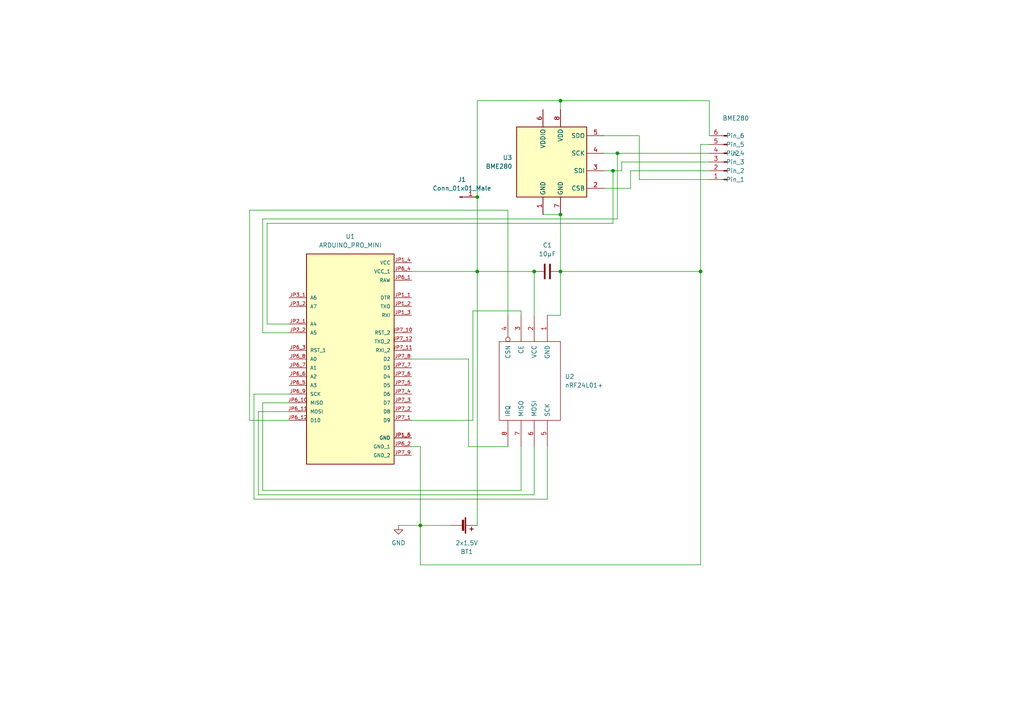
<source format=kicad_sch>
(kicad_sch (version 20211123) (generator eeschema)

  (uuid 9538e4ed-27e6-4c37-b989-9859dc0d49e8)

  (paper "A4")

  (lib_symbols
    (symbol "ARDUINO_PRO_MINI:ARDUINO_PRO_MINI" (pin_names (offset 1.016)) (in_bom yes) (on_board yes)
      (property "Reference" "U" (id 0) (at -12.7 31.75 0)
        (effects (font (size 1.27 1.27)) (justify left bottom))
      )
      (property "Value" "ARDUINO_PRO_MINI" (id 1) (at -12.7 -33.02 0)
        (effects (font (size 1.27 1.27)) (justify left bottom))
      )
      (property "Footprint" "MODULE_ARDUINO_PRO_MINI" (id 2) (at 0 0 0)
        (effects (font (size 1.27 1.27)) (justify left bottom) hide)
      )
      (property "Datasheet" "" (id 3) (at 0 0 0)
        (effects (font (size 1.27 1.27)) (justify left bottom) hide)
      )
      (property "MAXIMUM_PACKAGE_HEIGHT" "N/A" (id 4) (at 0 0 0)
        (effects (font (size 1.27 1.27)) (justify left bottom) hide)
      )
      (property "STANDARD" "Manufacturer Recommendations" (id 5) (at 0 0 0)
        (effects (font (size 1.27 1.27)) (justify left bottom) hide)
      )
      (property "PARTREV" "N/A" (id 6) (at 0 0 0)
        (effects (font (size 1.27 1.27)) (justify left bottom) hide)
      )
      (property "MANUFACTURER" "SparkFun Electronics" (id 7) (at 0 0 0)
        (effects (font (size 1.27 1.27)) (justify left bottom) hide)
      )
      (property "ki_locked" "" (id 8) (at 0 0 0)
        (effects (font (size 1.27 1.27)))
      )
      (symbol "ARDUINO_PRO_MINI_0_0"
        (rectangle (start -12.7 -30.48) (end 12.7 30.48)
          (stroke (width 0.254) (type default) (color 0 0 0 0))
          (fill (type background))
        )
        (pin input line (at 17.78 17.78 180) (length 5.08)
          (name "DTR" (effects (font (size 1.016 1.016))))
          (number "JP1_1" (effects (font (size 1.016 1.016))))
        )
        (pin bidirectional line (at 17.78 15.24 180) (length 5.08)
          (name "TXO" (effects (font (size 1.016 1.016))))
          (number "JP1_2" (effects (font (size 1.016 1.016))))
        )
        (pin bidirectional line (at 17.78 12.7 180) (length 5.08)
          (name "RXI" (effects (font (size 1.016 1.016))))
          (number "JP1_3" (effects (font (size 1.016 1.016))))
        )
        (pin power_in line (at 17.78 27.94 180) (length 5.08)
          (name "VCC" (effects (font (size 1.016 1.016))))
          (number "JP1_4" (effects (font (size 1.016 1.016))))
        )
        (pin power_in line (at 17.78 -22.86 180) (length 5.08)
          (name "GND" (effects (font (size 1.016 1.016))))
          (number "JP1_5" (effects (font (size 1.016 1.016))))
        )
        (pin power_in line (at 17.78 -22.86 180) (length 5.08)
          (name "GND" (effects (font (size 1.016 1.016))))
          (number "JP1_6" (effects (font (size 1.016 1.016))))
        )
        (pin bidirectional line (at -17.78 10.16 0) (length 5.08)
          (name "A4" (effects (font (size 1.016 1.016))))
          (number "JP2_1" (effects (font (size 1.016 1.016))))
        )
        (pin bidirectional line (at -17.78 7.62 0) (length 5.08)
          (name "A5" (effects (font (size 1.016 1.016))))
          (number "JP2_2" (effects (font (size 1.016 1.016))))
        )
        (pin input line (at -17.78 17.78 0) (length 5.08)
          (name "A6" (effects (font (size 1.016 1.016))))
          (number "JP3_1" (effects (font (size 1.016 1.016))))
        )
        (pin input line (at -17.78 15.24 0) (length 5.08)
          (name "A7" (effects (font (size 1.016 1.016))))
          (number "JP3_2" (effects (font (size 1.016 1.016))))
        )
        (pin power_in line (at 17.78 22.86 180) (length 5.08)
          (name "RAW" (effects (font (size 1.016 1.016))))
          (number "JP6_1" (effects (font (size 1.016 1.016))))
        )
        (pin bidirectional line (at -17.78 -12.7 0) (length 5.08)
          (name "MISO" (effects (font (size 1.016 1.016))))
          (number "JP6_10" (effects (font (size 1.016 1.016))))
        )
        (pin bidirectional line (at -17.78 -15.24 0) (length 5.08)
          (name "MOSI" (effects (font (size 1.016 1.016))))
          (number "JP6_11" (effects (font (size 1.016 1.016))))
        )
        (pin bidirectional line (at -17.78 -17.78 0) (length 5.08)
          (name "D10" (effects (font (size 1.016 1.016))))
          (number "JP6_12" (effects (font (size 1.016 1.016))))
        )
        (pin power_in line (at 17.78 -25.4 180) (length 5.08)
          (name "GND_1" (effects (font (size 1.016 1.016))))
          (number "JP6_2" (effects (font (size 1.016 1.016))))
        )
        (pin input line (at -17.78 2.54 0) (length 5.08)
          (name "RST_1" (effects (font (size 1.016 1.016))))
          (number "JP6_3" (effects (font (size 1.016 1.016))))
        )
        (pin power_in line (at 17.78 25.4 180) (length 5.08)
          (name "VCC_1" (effects (font (size 1.016 1.016))))
          (number "JP6_4" (effects (font (size 1.016 1.016))))
        )
        (pin bidirectional line (at -17.78 -7.62 0) (length 5.08)
          (name "A3" (effects (font (size 1.016 1.016))))
          (number "JP6_5" (effects (font (size 1.016 1.016))))
        )
        (pin bidirectional line (at -17.78 -5.08 0) (length 5.08)
          (name "A2" (effects (font (size 1.016 1.016))))
          (number "JP6_6" (effects (font (size 1.016 1.016))))
        )
        (pin bidirectional line (at -17.78 -2.54 0) (length 5.08)
          (name "A1" (effects (font (size 1.016 1.016))))
          (number "JP6_7" (effects (font (size 1.016 1.016))))
        )
        (pin bidirectional line (at -17.78 0 0) (length 5.08)
          (name "A0" (effects (font (size 1.016 1.016))))
          (number "JP6_8" (effects (font (size 1.016 1.016))))
        )
        (pin bidirectional line (at -17.78 -10.16 0) (length 5.08)
          (name "SCK" (effects (font (size 1.016 1.016))))
          (number "JP6_9" (effects (font (size 1.016 1.016))))
        )
        (pin bidirectional line (at 17.78 -17.78 180) (length 5.08)
          (name "D9" (effects (font (size 1.016 1.016))))
          (number "JP7_1" (effects (font (size 1.016 1.016))))
        )
        (pin input line (at 17.78 7.62 180) (length 5.08)
          (name "RST_2" (effects (font (size 1.016 1.016))))
          (number "JP7_10" (effects (font (size 1.016 1.016))))
        )
        (pin bidirectional line (at 17.78 2.54 180) (length 5.08)
          (name "RXI_2" (effects (font (size 1.016 1.016))))
          (number "JP7_11" (effects (font (size 1.016 1.016))))
        )
        (pin bidirectional line (at 17.78 5.08 180) (length 5.08)
          (name "TXO_2" (effects (font (size 1.016 1.016))))
          (number "JP7_12" (effects (font (size 1.016 1.016))))
        )
        (pin bidirectional line (at 17.78 -15.24 180) (length 5.08)
          (name "D8" (effects (font (size 1.016 1.016))))
          (number "JP7_2" (effects (font (size 1.016 1.016))))
        )
        (pin bidirectional line (at 17.78 -12.7 180) (length 5.08)
          (name "D7" (effects (font (size 1.016 1.016))))
          (number "JP7_3" (effects (font (size 1.016 1.016))))
        )
        (pin bidirectional line (at 17.78 -10.16 180) (length 5.08)
          (name "D6" (effects (font (size 1.016 1.016))))
          (number "JP7_4" (effects (font (size 1.016 1.016))))
        )
        (pin bidirectional line (at 17.78 -7.62 180) (length 5.08)
          (name "D5" (effects (font (size 1.016 1.016))))
          (number "JP7_5" (effects (font (size 1.016 1.016))))
        )
        (pin bidirectional line (at 17.78 -5.08 180) (length 5.08)
          (name "D4" (effects (font (size 1.016 1.016))))
          (number "JP7_6" (effects (font (size 1.016 1.016))))
        )
        (pin bidirectional line (at 17.78 -2.54 180) (length 5.08)
          (name "D3" (effects (font (size 1.016 1.016))))
          (number "JP7_7" (effects (font (size 1.016 1.016))))
        )
        (pin bidirectional line (at 17.78 0 180) (length 5.08)
          (name "D2" (effects (font (size 1.016 1.016))))
          (number "JP7_8" (effects (font (size 1.016 1.016))))
        )
        (pin power_in line (at 17.78 -27.94 180) (length 5.08)
          (name "GND_2" (effects (font (size 1.016 1.016))))
          (number "JP7_9" (effects (font (size 1.016 1.016))))
        )
      )
    )
    (symbol "Connector:Conn_01x01_Male" (pin_names (offset 1.016) hide) (in_bom yes) (on_board yes)
      (property "Reference" "J" (id 0) (at 0 2.54 0)
        (effects (font (size 1.27 1.27)))
      )
      (property "Value" "Conn_01x01_Male" (id 1) (at 0 -2.54 0)
        (effects (font (size 1.27 1.27)))
      )
      (property "Footprint" "" (id 2) (at 0 0 0)
        (effects (font (size 1.27 1.27)) hide)
      )
      (property "Datasheet" "~" (id 3) (at 0 0 0)
        (effects (font (size 1.27 1.27)) hide)
      )
      (property "ki_keywords" "connector" (id 4) (at 0 0 0)
        (effects (font (size 1.27 1.27)) hide)
      )
      (property "ki_description" "Generic connector, single row, 01x01, script generated (kicad-library-utils/schlib/autogen/connector/)" (id 5) (at 0 0 0)
        (effects (font (size 1.27 1.27)) hide)
      )
      (property "ki_fp_filters" "Connector*:*" (id 6) (at 0 0 0)
        (effects (font (size 1.27 1.27)) hide)
      )
      (symbol "Conn_01x01_Male_1_1"
        (polyline
          (pts
            (xy 1.27 0)
            (xy 0.8636 0)
          )
          (stroke (width 0.1524) (type default) (color 0 0 0 0))
          (fill (type none))
        )
        (rectangle (start 0.8636 0.127) (end 0 -0.127)
          (stroke (width 0.1524) (type default) (color 0 0 0 0))
          (fill (type outline))
        )
        (pin passive line (at 5.08 0 180) (length 3.81)
          (name "Pin_1" (effects (font (size 1.27 1.27))))
          (number "1" (effects (font (size 1.27 1.27))))
        )
      )
    )
    (symbol "Connector:Conn_01x06_Male" (pin_names (offset 1.016)) (in_bom yes) (on_board yes)
      (property "Reference" "J" (id 0) (at 0 7.62 0)
        (effects (font (size 1.27 1.27)))
      )
      (property "Value" "Conn_01x06_Male" (id 1) (at 0 -10.16 0)
        (effects (font (size 1.27 1.27)))
      )
      (property "Footprint" "" (id 2) (at 0 0 0)
        (effects (font (size 1.27 1.27)) hide)
      )
      (property "Datasheet" "~" (id 3) (at 0 0 0)
        (effects (font (size 1.27 1.27)) hide)
      )
      (property "ki_keywords" "connector" (id 4) (at 0 0 0)
        (effects (font (size 1.27 1.27)) hide)
      )
      (property "ki_description" "Generic connector, single row, 01x06, script generated (kicad-library-utils/schlib/autogen/connector/)" (id 5) (at 0 0 0)
        (effects (font (size 1.27 1.27)) hide)
      )
      (property "ki_fp_filters" "Connector*:*_1x??_*" (id 6) (at 0 0 0)
        (effects (font (size 1.27 1.27)) hide)
      )
      (symbol "Conn_01x06_Male_1_1"
        (polyline
          (pts
            (xy 1.27 -7.62)
            (xy 0.8636 -7.62)
          )
          (stroke (width 0.1524) (type default) (color 0 0 0 0))
          (fill (type none))
        )
        (polyline
          (pts
            (xy 1.27 -5.08)
            (xy 0.8636 -5.08)
          )
          (stroke (width 0.1524) (type default) (color 0 0 0 0))
          (fill (type none))
        )
        (polyline
          (pts
            (xy 1.27 -2.54)
            (xy 0.8636 -2.54)
          )
          (stroke (width 0.1524) (type default) (color 0 0 0 0))
          (fill (type none))
        )
        (polyline
          (pts
            (xy 1.27 0)
            (xy 0.8636 0)
          )
          (stroke (width 0.1524) (type default) (color 0 0 0 0))
          (fill (type none))
        )
        (polyline
          (pts
            (xy 1.27 2.54)
            (xy 0.8636 2.54)
          )
          (stroke (width 0.1524) (type default) (color 0 0 0 0))
          (fill (type none))
        )
        (polyline
          (pts
            (xy 1.27 5.08)
            (xy 0.8636 5.08)
          )
          (stroke (width 0.1524) (type default) (color 0 0 0 0))
          (fill (type none))
        )
        (rectangle (start 0.8636 -7.493) (end 0 -7.747)
          (stroke (width 0.1524) (type default) (color 0 0 0 0))
          (fill (type outline))
        )
        (rectangle (start 0.8636 -4.953) (end 0 -5.207)
          (stroke (width 0.1524) (type default) (color 0 0 0 0))
          (fill (type outline))
        )
        (rectangle (start 0.8636 -2.413) (end 0 -2.667)
          (stroke (width 0.1524) (type default) (color 0 0 0 0))
          (fill (type outline))
        )
        (rectangle (start 0.8636 0.127) (end 0 -0.127)
          (stroke (width 0.1524) (type default) (color 0 0 0 0))
          (fill (type outline))
        )
        (rectangle (start 0.8636 2.667) (end 0 2.413)
          (stroke (width 0.1524) (type default) (color 0 0 0 0))
          (fill (type outline))
        )
        (rectangle (start 0.8636 5.207) (end 0 4.953)
          (stroke (width 0.1524) (type default) (color 0 0 0 0))
          (fill (type outline))
        )
        (pin passive line (at 5.08 5.08 180) (length 3.81)
          (name "Pin_1" (effects (font (size 1.27 1.27))))
          (number "1" (effects (font (size 1.27 1.27))))
        )
        (pin passive line (at 5.08 2.54 180) (length 3.81)
          (name "Pin_2" (effects (font (size 1.27 1.27))))
          (number "2" (effects (font (size 1.27 1.27))))
        )
        (pin passive line (at 5.08 0 180) (length 3.81)
          (name "Pin_3" (effects (font (size 1.27 1.27))))
          (number "3" (effects (font (size 1.27 1.27))))
        )
        (pin passive line (at 5.08 -2.54 180) (length 3.81)
          (name "Pin_4" (effects (font (size 1.27 1.27))))
          (number "4" (effects (font (size 1.27 1.27))))
        )
        (pin passive line (at 5.08 -5.08 180) (length 3.81)
          (name "Pin_5" (effects (font (size 1.27 1.27))))
          (number "5" (effects (font (size 1.27 1.27))))
        )
        (pin passive line (at 5.08 -7.62 180) (length 3.81)
          (name "Pin_6" (effects (font (size 1.27 1.27))))
          (number "6" (effects (font (size 1.27 1.27))))
        )
      )
    )
    (symbol "Device:Battery_Cell" (pin_numbers hide) (pin_names (offset 0) hide) (in_bom yes) (on_board yes)
      (property "Reference" "BT" (id 0) (at 2.54 2.54 0)
        (effects (font (size 1.27 1.27)) (justify left))
      )
      (property "Value" "Battery_Cell" (id 1) (at 2.54 0 0)
        (effects (font (size 1.27 1.27)) (justify left))
      )
      (property "Footprint" "" (id 2) (at 0 1.524 90)
        (effects (font (size 1.27 1.27)) hide)
      )
      (property "Datasheet" "~" (id 3) (at 0 1.524 90)
        (effects (font (size 1.27 1.27)) hide)
      )
      (property "ki_keywords" "battery cell" (id 4) (at 0 0 0)
        (effects (font (size 1.27 1.27)) hide)
      )
      (property "ki_description" "Single-cell battery" (id 5) (at 0 0 0)
        (effects (font (size 1.27 1.27)) hide)
      )
      (symbol "Battery_Cell_0_1"
        (rectangle (start -2.286 1.778) (end 2.286 1.524)
          (stroke (width 0) (type default) (color 0 0 0 0))
          (fill (type outline))
        )
        (rectangle (start -1.5748 1.1938) (end 1.4732 0.6858)
          (stroke (width 0) (type default) (color 0 0 0 0))
          (fill (type outline))
        )
        (polyline
          (pts
            (xy 0 0.762)
            (xy 0 0)
          )
          (stroke (width 0) (type default) (color 0 0 0 0))
          (fill (type none))
        )
        (polyline
          (pts
            (xy 0 1.778)
            (xy 0 2.54)
          )
          (stroke (width 0) (type default) (color 0 0 0 0))
          (fill (type none))
        )
        (polyline
          (pts
            (xy 0.508 3.429)
            (xy 1.524 3.429)
          )
          (stroke (width 0.254) (type default) (color 0 0 0 0))
          (fill (type none))
        )
        (polyline
          (pts
            (xy 1.016 3.937)
            (xy 1.016 2.921)
          )
          (stroke (width 0.254) (type default) (color 0 0 0 0))
          (fill (type none))
        )
      )
      (symbol "Battery_Cell_1_1"
        (pin passive line (at 0 5.08 270) (length 2.54)
          (name "+" (effects (font (size 1.27 1.27))))
          (number "1" (effects (font (size 1.27 1.27))))
        )
        (pin passive line (at 0 -2.54 90) (length 2.54)
          (name "-" (effects (font (size 1.27 1.27))))
          (number "2" (effects (font (size 1.27 1.27))))
        )
      )
    )
    (symbol "Device:C" (pin_numbers hide) (pin_names (offset 0.254)) (in_bom yes) (on_board yes)
      (property "Reference" "C" (id 0) (at 0.635 2.54 0)
        (effects (font (size 1.27 1.27)) (justify left))
      )
      (property "Value" "C" (id 1) (at 0.635 -2.54 0)
        (effects (font (size 1.27 1.27)) (justify left))
      )
      (property "Footprint" "" (id 2) (at 0.9652 -3.81 0)
        (effects (font (size 1.27 1.27)) hide)
      )
      (property "Datasheet" "~" (id 3) (at 0 0 0)
        (effects (font (size 1.27 1.27)) hide)
      )
      (property "ki_keywords" "cap capacitor" (id 4) (at 0 0 0)
        (effects (font (size 1.27 1.27)) hide)
      )
      (property "ki_description" "Unpolarized capacitor" (id 5) (at 0 0 0)
        (effects (font (size 1.27 1.27)) hide)
      )
      (property "ki_fp_filters" "C_*" (id 6) (at 0 0 0)
        (effects (font (size 1.27 1.27)) hide)
      )
      (symbol "C_0_1"
        (polyline
          (pts
            (xy -2.032 -0.762)
            (xy 2.032 -0.762)
          )
          (stroke (width 0.508) (type default) (color 0 0 0 0))
          (fill (type none))
        )
        (polyline
          (pts
            (xy -2.032 0.762)
            (xy 2.032 0.762)
          )
          (stroke (width 0.508) (type default) (color 0 0 0 0))
          (fill (type none))
        )
      )
      (symbol "C_1_1"
        (pin passive line (at 0 3.81 270) (length 2.794)
          (name "~" (effects (font (size 1.27 1.27))))
          (number "1" (effects (font (size 1.27 1.27))))
        )
        (pin passive line (at 0 -3.81 90) (length 2.794)
          (name "~" (effects (font (size 1.27 1.27))))
          (number "2" (effects (font (size 1.27 1.27))))
        )
      )
    )
    (symbol "Sensor:BME280" (in_bom yes) (on_board yes)
      (property "Reference" "U" (id 0) (at -8.89 11.43 0)
        (effects (font (size 1.27 1.27)))
      )
      (property "Value" "BME280" (id 1) (at 7.62 11.43 0)
        (effects (font (size 1.27 1.27)))
      )
      (property "Footprint" "Package_LGA:Bosch_LGA-8_2.5x2.5mm_P0.65mm_ClockwisePinNumbering" (id 2) (at 38.1 -11.43 0)
        (effects (font (size 1.27 1.27)) hide)
      )
      (property "Datasheet" "https://ae-bst.resource.bosch.com/media/_tech/media/datasheets/BST-BME280-DS002.pdf" (id 3) (at 0 -5.08 0)
        (effects (font (size 1.27 1.27)) hide)
      )
      (property "ki_keywords" "Bosch pressure humidity temperature environment environmental measurement digital" (id 4) (at 0 0 0)
        (effects (font (size 1.27 1.27)) hide)
      )
      (property "ki_description" "3-in-1 sensor, humidity, pressure, temperature, I2C and SPI interface, 1.71-3.6V, LGA-8" (id 5) (at 0 0 0)
        (effects (font (size 1.27 1.27)) hide)
      )
      (property "ki_fp_filters" "*LGA*2.5x2.5mm*P0.65mm*Clockwise*" (id 6) (at 0 0 0)
        (effects (font (size 1.27 1.27)) hide)
      )
      (symbol "BME280_0_1"
        (rectangle (start -10.16 10.16) (end 10.16 -10.16)
          (stroke (width 0.254) (type default) (color 0 0 0 0))
          (fill (type background))
        )
      )
      (symbol "BME280_1_1"
        (pin power_in line (at -2.54 -15.24 90) (length 5.08)
          (name "GND" (effects (font (size 1.27 1.27))))
          (number "1" (effects (font (size 1.27 1.27))))
        )
        (pin input line (at 15.24 -7.62 180) (length 5.08)
          (name "CSB" (effects (font (size 1.27 1.27))))
          (number "2" (effects (font (size 1.27 1.27))))
        )
        (pin bidirectional line (at 15.24 -2.54 180) (length 5.08)
          (name "SDI" (effects (font (size 1.27 1.27))))
          (number "3" (effects (font (size 1.27 1.27))))
        )
        (pin input line (at 15.24 2.54 180) (length 5.08)
          (name "SCK" (effects (font (size 1.27 1.27))))
          (number "4" (effects (font (size 1.27 1.27))))
        )
        (pin bidirectional line (at 15.24 7.62 180) (length 5.08)
          (name "SDO" (effects (font (size 1.27 1.27))))
          (number "5" (effects (font (size 1.27 1.27))))
        )
        (pin power_in line (at -2.54 15.24 270) (length 5.08)
          (name "VDDIO" (effects (font (size 1.27 1.27))))
          (number "6" (effects (font (size 1.27 1.27))))
        )
        (pin power_in line (at 2.54 -15.24 90) (length 5.08)
          (name "GND" (effects (font (size 1.27 1.27))))
          (number "7" (effects (font (size 1.27 1.27))))
        )
        (pin power_in line (at 2.54 15.24 270) (length 5.08)
          (name "VDD" (effects (font (size 1.27 1.27))))
          (number "8" (effects (font (size 1.27 1.27))))
        )
      )
    )
    (symbol "nRF24L01+:nRF24L01+" (pin_names (offset 1.016)) (in_bom yes) (on_board yes)
      (property "Reference" "U" (id 0) (at 0 -7.62 0)
        (effects (font (size 1.27 1.27)))
      )
      (property "Value" "nRF24L01+" (id 1) (at 0 7.62 0)
        (effects (font (size 1.27 1.27)))
      )
      (property "Footprint" "MODULE" (id 2) (at 0 2.54 0)
        (effects (font (size 1.27 1.27)) hide)
      )
      (property "Datasheet" "DOCUMENTATION" (id 3) (at 0 -1.27 0)
        (effects (font (size 1.27 1.27)) hide)
      )
      (symbol "nRF24L01+_1_0"
        (rectangle (start -11.43 -8.89) (end 11.43 8.89)
          (stroke (width 0) (type default) (color 0 0 0 0))
          (fill (type none))
        )
      )
      (symbol "nRF24L01+_1_1"
        (pin power_in line (at -19.05 5.08 0) (length 7.62)
          (name "GND" (effects (font (size 1.27 1.27))))
          (number "1" (effects (font (size 1.27 1.27))))
        )
        (pin power_in line (at -19.05 1.27 0) (length 7.62)
          (name "VCC" (effects (font (size 1.27 1.27))))
          (number "2" (effects (font (size 1.27 1.27))))
        )
        (pin input line (at -19.05 -2.54 0) (length 7.62)
          (name "CE" (effects (font (size 1.27 1.27))))
          (number "3" (effects (font (size 1.27 1.27))))
        )
        (pin input inverted (at -19.05 -6.35 0) (length 7.62)
          (name "CSN" (effects (font (size 1.27 1.27))))
          (number "4" (effects (font (size 1.27 1.27))))
        )
        (pin input line (at 19.05 5.08 180) (length 7.62)
          (name "SCK" (effects (font (size 1.27 1.27))))
          (number "5" (effects (font (size 1.27 1.27))))
        )
        (pin input line (at 19.05 1.27 180) (length 7.62)
          (name "MOSI" (effects (font (size 1.27 1.27))))
          (number "6" (effects (font (size 1.27 1.27))))
        )
        (pin output line (at 19.05 -2.54 180) (length 7.62)
          (name "MISO" (effects (font (size 1.27 1.27))))
          (number "7" (effects (font (size 1.27 1.27))))
        )
        (pin output line (at 19.05 -6.35 180) (length 7.62)
          (name "IRQ" (effects (font (size 1.27 1.27))))
          (number "8" (effects (font (size 1.27 1.27))))
        )
      )
    )
    (symbol "power:GND" (power) (pin_names (offset 0)) (in_bom yes) (on_board yes)
      (property "Reference" "#PWR" (id 0) (at 0 -6.35 0)
        (effects (font (size 1.27 1.27)) hide)
      )
      (property "Value" "GND" (id 1) (at 0 -3.81 0)
        (effects (font (size 1.27 1.27)))
      )
      (property "Footprint" "" (id 2) (at 0 0 0)
        (effects (font (size 1.27 1.27)) hide)
      )
      (property "Datasheet" "" (id 3) (at 0 0 0)
        (effects (font (size 1.27 1.27)) hide)
      )
      (property "ki_keywords" "power-flag" (id 4) (at 0 0 0)
        (effects (font (size 1.27 1.27)) hide)
      )
      (property "ki_description" "Power symbol creates a global label with name \"GND\" , ground" (id 5) (at 0 0 0)
        (effects (font (size 1.27 1.27)) hide)
      )
      (symbol "GND_0_1"
        (polyline
          (pts
            (xy 0 0)
            (xy 0 -1.27)
            (xy 1.27 -1.27)
            (xy 0 -2.54)
            (xy -1.27 -1.27)
            (xy 0 -1.27)
          )
          (stroke (width 0) (type default) (color 0 0 0 0))
          (fill (type none))
        )
      )
      (symbol "GND_1_1"
        (pin power_in line (at 0 0 270) (length 0) hide
          (name "GND" (effects (font (size 1.27 1.27))))
          (number "1" (effects (font (size 1.27 1.27))))
        )
      )
    )
  )

  (junction (at 121.92 152.4) (diameter 0) (color 0 0 0 0)
    (uuid 0cef0697-78eb-4a93-a3ba-c0dd5165c717)
  )
  (junction (at 162.56 29.21) (diameter 0) (color 0 0 0 0)
    (uuid 273909a0-f5a4-4bda-9d4e-2ab9eb601c30)
  )
  (junction (at 177.8 49.53) (diameter 0) (color 0 0 0 0)
    (uuid 3917d42f-adbc-410e-b96b-07f7f17b96bc)
  )
  (junction (at 162.56 62.23) (diameter 0) (color 0 0 0 0)
    (uuid 64ea2016-0f01-4a8d-b52d-87165b078a85)
  )
  (junction (at 203.2 78.74) (diameter 0) (color 0 0 0 0)
    (uuid 6d049382-5b83-4a3e-8ef8-0532d971e7c7)
  )
  (junction (at 179.07 44.45) (diameter 0) (color 0 0 0 0)
    (uuid 71d8ca06-6fca-400f-88df-52e04678514c)
  )
  (junction (at 138.43 57.15) (diameter 0) (color 0 0 0 0)
    (uuid 8ae36382-bbab-48bb-ad35-f21b9341f5b2)
  )
  (junction (at 162.56 78.74) (diameter 0) (color 0 0 0 0)
    (uuid b0e84ab8-fcde-4f7a-8a1f-c50dfb7f139c)
  )
  (junction (at 154.94 78.74) (diameter 0) (color 0 0 0 0)
    (uuid e35fe3a2-b4d5-4b14-bced-f65b0700cae7)
  )
  (junction (at 138.43 78.74) (diameter 0) (color 0 0 0 0)
    (uuid e535615c-ae80-4d6e-bff5-5c40dd13a25c)
  )

  (wire (pts (xy 185.42 52.07) (xy 185.42 39.37))
    (stroke (width 0) (type default) (color 0 0 0 0))
    (uuid 0285e431-014f-4bae-a004-629f3d561f34)
  )
  (wire (pts (xy 162.56 78.74) (xy 162.56 91.44))
    (stroke (width 0) (type default) (color 0 0 0 0))
    (uuid 0831d593-4737-451a-84dd-cd6aa0b19757)
  )
  (wire (pts (xy 72.39 121.92) (xy 72.39 60.96))
    (stroke (width 0) (type default) (color 0 0 0 0))
    (uuid 08338887-7dbd-4665-ad5f-a87ca74f5a8e)
  )
  (wire (pts (xy 83.82 93.98) (xy 77.47 93.98))
    (stroke (width 0) (type default) (color 0 0 0 0))
    (uuid 0adb3ae5-03ea-4b91-95e7-74a3630f4f94)
  )
  (wire (pts (xy 205.74 29.21) (xy 162.56 29.21))
    (stroke (width 0) (type default) (color 0 0 0 0))
    (uuid 0c0c173f-f6dc-4632-89d5-5543136a5a0b)
  )
  (wire (pts (xy 74.93 119.38) (xy 74.93 143.51))
    (stroke (width 0) (type default) (color 0 0 0 0))
    (uuid 0e72cc7d-90e2-4bab-b3db-3fafbf4316c7)
  )
  (wire (pts (xy 83.82 116.84) (xy 76.2 116.84))
    (stroke (width 0) (type default) (color 0 0 0 0))
    (uuid 167e15cd-3787-4899-96d5-cb4e9c262ec6)
  )
  (wire (pts (xy 119.38 121.92) (xy 137.16 121.92))
    (stroke (width 0) (type default) (color 0 0 0 0))
    (uuid 179b0d66-0a5e-4623-a7b4-a13c65036e55)
  )
  (wire (pts (xy 151.13 90.17) (xy 151.13 91.44))
    (stroke (width 0) (type default) (color 0 0 0 0))
    (uuid 18a5a967-ff07-4e50-8028-12fb047ee657)
  )
  (wire (pts (xy 138.43 29.21) (xy 138.43 57.15))
    (stroke (width 0) (type default) (color 0 0 0 0))
    (uuid 18a83e81-e7c0-4c4c-b81e-b54e47ec0e4c)
  )
  (wire (pts (xy 83.82 96.52) (xy 76.2 96.52))
    (stroke (width 0) (type default) (color 0 0 0 0))
    (uuid 19c43acb-1829-4391-963e-531249dee237)
  )
  (wire (pts (xy 179.07 44.45) (xy 205.74 44.45))
    (stroke (width 0) (type default) (color 0 0 0 0))
    (uuid 1c6003ff-1c03-48f0-9c37-d082bd1ce4d5)
  )
  (wire (pts (xy 205.74 52.07) (xy 185.42 52.07))
    (stroke (width 0) (type default) (color 0 0 0 0))
    (uuid 1d85542b-53c9-4c3c-a46d-5dd87fd7c05f)
  )
  (wire (pts (xy 162.56 91.44) (xy 158.75 91.44))
    (stroke (width 0) (type default) (color 0 0 0 0))
    (uuid 1f881d97-6c9f-4ab0-9cf3-905cb56e15a1)
  )
  (wire (pts (xy 205.74 41.91) (xy 203.2 41.91))
    (stroke (width 0) (type default) (color 0 0 0 0))
    (uuid 2d0dab4f-c68c-45bd-baf6-42e67b41a05a)
  )
  (wire (pts (xy 119.38 104.14) (xy 135.89 104.14))
    (stroke (width 0) (type default) (color 0 0 0 0))
    (uuid 34219d9f-b7c6-48ef-9034-ce304b418387)
  )
  (wire (pts (xy 83.82 121.92) (xy 72.39 121.92))
    (stroke (width 0) (type default) (color 0 0 0 0))
    (uuid 35be1fb6-a124-48ab-b3e1-3968e9c6beee)
  )
  (wire (pts (xy 177.8 49.53) (xy 175.26 49.53))
    (stroke (width 0) (type default) (color 0 0 0 0))
    (uuid 3614542a-c79b-480a-a7aa-07ab62bb0c9e)
  )
  (wire (pts (xy 76.2 96.52) (xy 76.2 63.5))
    (stroke (width 0) (type default) (color 0 0 0 0))
    (uuid 3653374b-033a-447f-aee9-4ee93f21b05d)
  )
  (wire (pts (xy 138.43 57.15) (xy 138.43 78.74))
    (stroke (width 0) (type default) (color 0 0 0 0))
    (uuid 36c8b8ad-1a02-47f3-a6ec-145528c30b39)
  )
  (wire (pts (xy 203.2 78.74) (xy 162.56 78.74))
    (stroke (width 0) (type default) (color 0 0 0 0))
    (uuid 3925da0c-9e02-4dae-bbea-4df8139e5082)
  )
  (wire (pts (xy 138.43 152.4) (xy 138.43 78.74))
    (stroke (width 0) (type default) (color 0 0 0 0))
    (uuid 3c8c4542-011d-482f-8140-7bef2b58b12a)
  )
  (wire (pts (xy 135.89 129.54) (xy 147.32 129.54))
    (stroke (width 0) (type default) (color 0 0 0 0))
    (uuid 45983fba-3722-4a6f-8230-3a061e028f27)
  )
  (wire (pts (xy 121.92 163.83) (xy 203.2 163.83))
    (stroke (width 0) (type default) (color 0 0 0 0))
    (uuid 45e30e85-9f6a-495a-be3f-68ff570b3be7)
  )
  (wire (pts (xy 76.2 142.24) (xy 151.13 142.24))
    (stroke (width 0) (type default) (color 0 0 0 0))
    (uuid 47073030-5e7c-4d5f-8592-e42652824016)
  )
  (wire (pts (xy 162.56 29.21) (xy 138.43 29.21))
    (stroke (width 0) (type default) (color 0 0 0 0))
    (uuid 4caa9d55-9585-43b3-8d4f-aa7e1fd96613)
  )
  (wire (pts (xy 121.92 152.4) (xy 121.92 163.83))
    (stroke (width 0) (type default) (color 0 0 0 0))
    (uuid 4d27489f-d3a3-4258-b568-d22a681f01d6)
  )
  (wire (pts (xy 121.92 129.54) (xy 119.38 129.54))
    (stroke (width 0) (type default) (color 0 0 0 0))
    (uuid 4f24b1aa-e935-4a22-9fd6-b9a2e1073ad8)
  )
  (wire (pts (xy 83.82 119.38) (xy 74.93 119.38))
    (stroke (width 0) (type default) (color 0 0 0 0))
    (uuid 5066f450-2cb9-4e83-ba70-20995b8429df)
  )
  (wire (pts (xy 175.26 54.61) (xy 182.88 54.61))
    (stroke (width 0) (type default) (color 0 0 0 0))
    (uuid 593253d0-a79c-4aad-92da-1030439af6eb)
  )
  (wire (pts (xy 135.89 104.14) (xy 135.89 129.54))
    (stroke (width 0) (type default) (color 0 0 0 0))
    (uuid 5ad1323a-0a4a-42de-b2b1-ee8a9e3f0a26)
  )
  (wire (pts (xy 162.56 62.23) (xy 162.56 78.74))
    (stroke (width 0) (type default) (color 0 0 0 0))
    (uuid 5e92e1f9-25ff-412e-a8fe-1833df685157)
  )
  (wire (pts (xy 121.92 152.4) (xy 121.92 129.54))
    (stroke (width 0) (type default) (color 0 0 0 0))
    (uuid 612f2d51-f8a3-47a0-a6a9-3ecc7ea49a3f)
  )
  (wire (pts (xy 138.43 78.74) (xy 154.94 78.74))
    (stroke (width 0) (type default) (color 0 0 0 0))
    (uuid 66274f39-33fc-4b62-97cc-30deab75eb36)
  )
  (wire (pts (xy 182.88 49.53) (xy 205.74 49.53))
    (stroke (width 0) (type default) (color 0 0 0 0))
    (uuid 6d27f09a-ae8a-4c6c-99d8-f4b0ba07ffa7)
  )
  (wire (pts (xy 77.47 64.77) (xy 177.8 64.77))
    (stroke (width 0) (type default) (color 0 0 0 0))
    (uuid 70103411-1b92-4549-96d5-39ae3228ee03)
  )
  (wire (pts (xy 179.07 63.5) (xy 179.07 44.45))
    (stroke (width 0) (type default) (color 0 0 0 0))
    (uuid 7aa1408b-07f9-4d05-98b6-e3fb69cc07ef)
  )
  (wire (pts (xy 147.32 60.96) (xy 147.32 91.44))
    (stroke (width 0) (type default) (color 0 0 0 0))
    (uuid 7c1eb313-3ab2-46e1-915f-1c2f84017390)
  )
  (wire (pts (xy 177.8 49.53) (xy 180.34 49.53))
    (stroke (width 0) (type default) (color 0 0 0 0))
    (uuid 8408d05b-21f5-4ab2-ab28-f0e996f89af0)
  )
  (wire (pts (xy 182.88 54.61) (xy 182.88 49.53))
    (stroke (width 0) (type default) (color 0 0 0 0))
    (uuid 905ba69f-fd22-4670-9ea2-7bb4f2380646)
  )
  (wire (pts (xy 73.66 144.78) (xy 158.75 144.78))
    (stroke (width 0) (type default) (color 0 0 0 0))
    (uuid 9311cc62-cd15-4fe1-ba47-b1c4824b6a11)
  )
  (wire (pts (xy 138.43 78.74) (xy 119.38 78.74))
    (stroke (width 0) (type default) (color 0 0 0 0))
    (uuid 955b298d-df2f-4eb4-ae2b-28462c01bcb3)
  )
  (wire (pts (xy 203.2 163.83) (xy 203.2 78.74))
    (stroke (width 0) (type default) (color 0 0 0 0))
    (uuid 96dd7141-8cdb-4110-a433-3b220237fe0a)
  )
  (wire (pts (xy 179.07 44.45) (xy 175.26 44.45))
    (stroke (width 0) (type default) (color 0 0 0 0))
    (uuid 97c94ecb-5dd7-4360-a2e7-9c47cda79fe3)
  )
  (wire (pts (xy 154.94 78.74) (xy 154.94 91.44))
    (stroke (width 0) (type default) (color 0 0 0 0))
    (uuid 9e0648d2-f003-48d1-b01f-d7f5fca3bb1d)
  )
  (wire (pts (xy 77.47 93.98) (xy 77.47 64.77))
    (stroke (width 0) (type default) (color 0 0 0 0))
    (uuid a213ab60-5d0d-488f-936b-2c16fb3b0e3f)
  )
  (wire (pts (xy 205.74 39.37) (xy 205.74 29.21))
    (stroke (width 0) (type default) (color 0 0 0 0))
    (uuid a91c2d80-a7e5-44b3-9571-556b2aff6b21)
  )
  (wire (pts (xy 177.8 64.77) (xy 177.8 49.53))
    (stroke (width 0) (type default) (color 0 0 0 0))
    (uuid b0ae7683-d994-49ae-aed6-9a90412aa131)
  )
  (wire (pts (xy 76.2 116.84) (xy 76.2 142.24))
    (stroke (width 0) (type default) (color 0 0 0 0))
    (uuid b19527a1-d93d-4215-97e7-2351e5ccfe4d)
  )
  (wire (pts (xy 205.74 46.99) (xy 180.34 46.99))
    (stroke (width 0) (type default) (color 0 0 0 0))
    (uuid b4acef28-0f8b-4bbe-96d7-de071c29382c)
  )
  (wire (pts (xy 115.57 152.4) (xy 121.92 152.4))
    (stroke (width 0) (type default) (color 0 0 0 0))
    (uuid bcff0bce-a61a-4696-9649-cff792d31722)
  )
  (wire (pts (xy 83.82 114.3) (xy 73.66 114.3))
    (stroke (width 0) (type default) (color 0 0 0 0))
    (uuid c460f3f8-8e65-4ace-8a6f-709d87eb029f)
  )
  (wire (pts (xy 203.2 41.91) (xy 203.2 78.74))
    (stroke (width 0) (type default) (color 0 0 0 0))
    (uuid c79a1dd5-3c78-486d-ba49-aeebb0b20b8b)
  )
  (wire (pts (xy 72.39 60.96) (xy 147.32 60.96))
    (stroke (width 0) (type default) (color 0 0 0 0))
    (uuid ce48fa23-6f1c-42d8-bdec-4b0f324933b7)
  )
  (wire (pts (xy 157.48 62.23) (xy 162.56 62.23))
    (stroke (width 0) (type default) (color 0 0 0 0))
    (uuid d05dddb1-6acb-4f42-b4c9-38e2c2e114d5)
  )
  (wire (pts (xy 121.92 152.4) (xy 130.81 152.4))
    (stroke (width 0) (type default) (color 0 0 0 0))
    (uuid d63b239f-1a69-415a-80b9-9cd67de65115)
  )
  (wire (pts (xy 158.75 129.54) (xy 158.75 144.78))
    (stroke (width 0) (type default) (color 0 0 0 0))
    (uuid dc20adee-adf4-47a3-8cfd-7562285c64c1)
  )
  (wire (pts (xy 73.66 114.3) (xy 73.66 144.78))
    (stroke (width 0) (type default) (color 0 0 0 0))
    (uuid df7b37c4-e54d-4069-b7ef-f04c4a71fa0a)
  )
  (wire (pts (xy 74.93 143.51) (xy 154.94 143.51))
    (stroke (width 0) (type default) (color 0 0 0 0))
    (uuid dfd64c79-920d-4bb4-b473-f636de720df1)
  )
  (wire (pts (xy 137.16 121.92) (xy 137.16 90.17))
    (stroke (width 0) (type default) (color 0 0 0 0))
    (uuid e2e2b161-1cd3-4557-8b44-7ece57255423)
  )
  (wire (pts (xy 180.34 46.99) (xy 180.34 49.53))
    (stroke (width 0) (type default) (color 0 0 0 0))
    (uuid e821cec3-dbf8-4a6d-89da-0c7ddeee2d28)
  )
  (wire (pts (xy 162.56 31.75) (xy 162.56 29.21))
    (stroke (width 0) (type default) (color 0 0 0 0))
    (uuid ea85d2af-e421-4493-b049-7bcccde3f642)
  )
  (wire (pts (xy 154.94 129.54) (xy 154.94 143.51))
    (stroke (width 0) (type default) (color 0 0 0 0))
    (uuid f1681a84-a2d2-44c5-92a1-2d0b08291fc9)
  )
  (wire (pts (xy 137.16 90.17) (xy 151.13 90.17))
    (stroke (width 0) (type default) (color 0 0 0 0))
    (uuid f72438be-79c3-407e-9303-7ea8bd35c3a9)
  )
  (wire (pts (xy 175.26 39.37) (xy 185.42 39.37))
    (stroke (width 0) (type default) (color 0 0 0 0))
    (uuid faac13a8-3b2f-45c3-9c32-244c7f854193)
  )
  (wire (pts (xy 151.13 142.24) (xy 151.13 129.54))
    (stroke (width 0) (type default) (color 0 0 0 0))
    (uuid fe32414c-0361-4041-94f0-46180ed2aa07)
  )
  (wire (pts (xy 76.2 63.5) (xy 179.07 63.5))
    (stroke (width 0) (type default) (color 0 0 0 0))
    (uuid fedd6674-088f-40bf-a17c-da9e5cbcdc08)
  )

  (symbol (lib_id "Connector:Conn_01x01_Male") (at 133.35 57.15 0) (unit 1)
    (in_bom yes) (on_board yes)
    (uuid 318bf34a-2eb6-44ca-978f-e5142a405772)
    (property "Reference" "J1" (id 0) (at 133.985 52.07 0))
    (property "Value" "Conn_01x01_Male" (id 1) (at 133.985 54.61 0))
    (property "Footprint" "Connector_PinHeader_1.00mm:PinHeader_1x01_P1.00mm_Vertical" (id 2) (at 133.35 57.15 0)
      (effects (font (size 1.27 1.27)) hide)
    )
    (property "Datasheet" "~" (id 3) (at 133.35 57.15 0)
      (effects (font (size 1.27 1.27)) hide)
    )
    (pin "1" (uuid 90d33623-1da0-4890-bb55-3f62c2674a15))
  )

  (symbol (lib_id "Sensor:BME280") (at 160.02 46.99 0) (unit 1)
    (in_bom yes) (on_board no) (fields_autoplaced)
    (uuid 3a0bfac6-856b-4a51-b79a-c40d9d26ddc2)
    (property "Reference" "U3" (id 0) (at 148.59 45.7199 0)
      (effects (font (size 1.27 1.27)) (justify right))
    )
    (property "Value" "BME280" (id 1) (at 148.59 48.2599 0)
      (effects (font (size 1.27 1.27)) (justify right))
    )
    (property "Footprint" "Package_LGA:Bosch_LGA-8_2.5x2.5mm_P0.65mm_ClockwisePinNumbering" (id 2) (at 198.12 58.42 0)
      (effects (font (size 1.27 1.27)) hide)
    )
    (property "Datasheet" "https://ae-bst.resource.bosch.com/media/_tech/media/datasheets/BST-BME280-DS002.pdf" (id 3) (at 160.02 52.07 0)
      (effects (font (size 1.27 1.27)) hide)
    )
    (pin "1" (uuid 7d45fb28-6585-49c2-9d06-7076babdb5a0))
    (pin "2" (uuid 9a13ed9b-8c41-4195-9f81-6172cfdbaeeb))
    (pin "3" (uuid cac0563d-6002-4d32-882b-ecc6d0ba0c7a))
    (pin "4" (uuid fe026830-e115-41a0-af97-508fc67ff20c))
    (pin "5" (uuid d6f4cacf-dc1e-446e-b4bb-022031ad3a0b))
    (pin "6" (uuid e7b9d3df-2184-4640-9171-c3a970f4b6ee))
    (pin "7" (uuid 6ecb8b95-89d6-4cdf-8586-7c0aef7f059e))
    (pin "8" (uuid ff08448f-1818-417e-8859-7d2c37e00cac))
  )

  (symbol (lib_id "power:GND") (at 115.57 152.4 0) (unit 1)
    (in_bom yes) (on_board yes) (fields_autoplaced)
    (uuid 43a4f38d-256b-48e3-a9e7-7d8441557969)
    (property "Reference" "#PWR0101" (id 0) (at 115.57 158.75 0)
      (effects (font (size 1.27 1.27)) hide)
    )
    (property "Value" "GND" (id 1) (at 115.57 157.48 0))
    (property "Footprint" "" (id 2) (at 115.57 152.4 0)
      (effects (font (size 1.27 1.27)) hide)
    )
    (property "Datasheet" "" (id 3) (at 115.57 152.4 0)
      (effects (font (size 1.27 1.27)) hide)
    )
    (pin "1" (uuid 7316a0e3-646a-4e1f-b848-1763197b9f93))
  )

  (symbol (lib_id "ARDUINO_PRO_MINI:ARDUINO_PRO_MINI") (at 101.6 104.14 0) (unit 1)
    (in_bom yes) (on_board yes) (fields_autoplaced)
    (uuid 60bc668a-7909-4036-8094-de7b0e12b7a7)
    (property "Reference" "U1" (id 0) (at 101.6 68.58 0))
    (property "Value" "ARDUINO_PRO_MINI" (id 1) (at 101.6 71.12 0))
    (property "Footprint" "ARDUINO_PRO_MINI:MODULE_ARDUINO_PRO_MINI" (id 2) (at 101.6 104.14 0)
      (effects (font (size 1.27 1.27)) (justify left bottom) hide)
    )
    (property "Datasheet" "" (id 3) (at 101.6 104.14 0)
      (effects (font (size 1.27 1.27)) (justify left bottom) hide)
    )
    (property "MAXIMUM_PACKAGE_HEIGHT" "N/A" (id 4) (at 101.6 104.14 0)
      (effects (font (size 1.27 1.27)) (justify left bottom) hide)
    )
    (property "STANDARD" "Manufacturer Recommendations" (id 5) (at 101.6 104.14 0)
      (effects (font (size 1.27 1.27)) (justify left bottom) hide)
    )
    (property "PARTREV" "N/A" (id 6) (at 101.6 104.14 0)
      (effects (font (size 1.27 1.27)) (justify left bottom) hide)
    )
    (property "MANUFACTURER" "SparkFun Electronics" (id 7) (at 101.6 104.14 0)
      (effects (font (size 1.27 1.27)) (justify left bottom) hide)
    )
    (pin "JP1_1" (uuid 93c138f6-dbd4-4fb0-a75c-8f8e52af33bd))
    (pin "JP1_2" (uuid 2f2384f4-5651-435b-84a8-4507fbd1232a))
    (pin "JP1_3" (uuid fe4885a5-b20b-4f94-b3f0-551ed4222872))
    (pin "JP1_4" (uuid b4645dda-7fac-4fc9-89b1-00e4a43da75d))
    (pin "JP1_5" (uuid 6e86080d-c31f-446d-9888-3603b5cd311c))
    (pin "JP1_6" (uuid 9d733ae9-211f-429c-ba35-eabe637d9842))
    (pin "JP2_1" (uuid fdaad99e-5d81-485d-81ee-45023c77faad))
    (pin "JP2_2" (uuid 8caaba27-9f26-4527-9907-1c80bc26affc))
    (pin "JP3_1" (uuid 32db3341-2cb6-4911-8cf4-c8fe7fd23260))
    (pin "JP3_2" (uuid 201e77f5-de14-4c0b-9edc-b03a5d0ffc32))
    (pin "JP6_1" (uuid d72d01d1-2aa9-43e3-a159-6b90a97a207f))
    (pin "JP6_10" (uuid d853651b-8791-4b7b-9979-45e0bc6f84fc))
    (pin "JP6_11" (uuid 871e1605-7c3c-4111-9743-44b384e32908))
    (pin "JP6_12" (uuid 4248a2c2-22ba-4db2-b6c7-839933540320))
    (pin "JP6_2" (uuid 05138868-fc02-47e5-9e42-1c1876b1d51e))
    (pin "JP6_3" (uuid ad9fe1c9-f923-49ac-9016-6c975bf49382))
    (pin "JP6_4" (uuid 8a63cdfb-a0ba-433a-8976-05f8ca164871))
    (pin "JP6_5" (uuid a860c761-2073-4e41-803a-49b031a62b7a))
    (pin "JP6_6" (uuid 5596e803-f37e-4df7-b428-18187c4fb14c))
    (pin "JP6_7" (uuid b5ce59bc-2e54-43fd-8ae0-d9f35cd4553c))
    (pin "JP6_8" (uuid fa22f351-87d5-467e-8769-4c3c9bf52b01))
    (pin "JP6_9" (uuid d0827a1d-c37f-4591-bfcf-cbb857247e4a))
    (pin "JP7_1" (uuid afa5a6b9-9434-41c3-a969-eab1c27f78de))
    (pin "JP7_10" (uuid c2bb00ec-fc81-4cae-b96a-7ffd4b1ca7bd))
    (pin "JP7_11" (uuid 21430cde-e21d-4244-a055-07a9b3cdc674))
    (pin "JP7_12" (uuid 68e81cd4-35c4-437c-a7a8-7e0d0dab493a))
    (pin "JP7_2" (uuid 1fc9b016-185a-4621-b29e-ecb9e0eba201))
    (pin "JP7_3" (uuid 8843c3b4-ff54-442e-8f30-c29300265b1d))
    (pin "JP7_4" (uuid ab997bb7-4df7-4ea7-abdd-4bea50d21373))
    (pin "JP7_5" (uuid 710b4d64-45f4-4e8e-9120-d99fdb6d9b1c))
    (pin "JP7_6" (uuid 451857ff-995e-4f6b-a43e-431b039385cb))
    (pin "JP7_7" (uuid c194c774-b81b-4764-9315-7c642557eb80))
    (pin "JP7_8" (uuid 244a91ad-1ce0-40c2-a6db-ec56bb7060d6))
    (pin "JP7_9" (uuid 62a519f7-fae9-4a9e-b96a-4065d4abf3a4))
  )

  (symbol (lib_id "Device:Battery_Cell") (at 133.35 152.4 270) (unit 1)
    (in_bom yes) (on_board yes) (fields_autoplaced)
    (uuid 8831d379-534e-442a-9052-ef565f240bf6)
    (property "Reference" "BT1" (id 0) (at 135.382 160.02 90))
    (property "Value" "2x1,5V" (id 1) (at 135.382 157.48 90))
    (property "Footprint" "Battery:BatteryHolder_Keystone_2462_2xAA" (id 2) (at 134.874 152.4 90)
      (effects (font (size 1.27 1.27)) hide)
    )
    (property "Datasheet" "~" (id 3) (at 134.874 152.4 90)
      (effects (font (size 1.27 1.27)) hide)
    )
    (pin "1" (uuid 6cbe75ac-244e-42b2-b06e-ecf8c7571916))
    (pin "2" (uuid 1dec35ae-3b72-4707-b025-2f7631b277b6))
  )

  (symbol (lib_id "Device:C") (at 158.75 78.74 90) (unit 1)
    (in_bom yes) (on_board yes) (fields_autoplaced)
    (uuid 8f88c531-d1ff-4d38-a2d6-9f574b849719)
    (property "Reference" "C1" (id 0) (at 158.75 71.12 90))
    (property "Value" "10µF" (id 1) (at 158.75 73.66 90))
    (property "Footprint" "Capacitor_THT:C_Disc_D3.0mm_W1.6mm_P2.50mm" (id 2) (at 162.56 77.7748 0)
      (effects (font (size 1.27 1.27)) hide)
    )
    (property "Datasheet" "~" (id 3) (at 158.75 78.74 0)
      (effects (font (size 1.27 1.27)) hide)
    )
    (pin "1" (uuid ed035f0f-357e-4eaf-8d16-55c1d5afa2a5))
    (pin "2" (uuid ed11ca20-0f83-4a92-8a5f-c7486c3e46fe))
  )

  (symbol (lib_id "nRF24L01+:nRF24L01+") (at 153.67 110.49 270) (unit 1)
    (in_bom yes) (on_board yes) (fields_autoplaced)
    (uuid 9003f2fb-4f2d-4c71-bd25-5b4502c1c0f7)
    (property "Reference" "U2" (id 0) (at 163.83 109.2199 90)
      (effects (font (size 1.27 1.27)) (justify left))
    )
    (property "Value" "nRF24L01+" (id 1) (at 163.83 111.7599 90)
      (effects (font (size 1.27 1.27)) (justify left))
    )
    (property "Footprint" "RF_Module:nRF24L01_Breakout" (id 2) (at 156.21 110.49 0)
      (effects (font (size 1.27 1.27)) hide)
    )
    (property "Datasheet" "DOCUMENTATION" (id 3) (at 152.4 110.49 0)
      (effects (font (size 1.27 1.27)) hide)
    )
    (pin "1" (uuid 4bc71a00-3afb-44af-ba40-c1f796166303))
    (pin "2" (uuid 421db7c0-cec3-43ef-9bb9-00ab15419b3b))
    (pin "3" (uuid 5f7d8396-8b82-4932-9616-96c7fa9a4ad2))
    (pin "4" (uuid fbfdebd1-1943-413c-8140-035051c8c98e))
    (pin "5" (uuid 14028e7a-1274-4c6e-a9c8-74d0f209a1bc))
    (pin "6" (uuid 63a2dbf8-54be-4510-948b-ef6e991d18b7))
    (pin "7" (uuid 64548431-fb16-4e35-80d0-ed41936296aa))
    (pin "8" (uuid 178c7a3c-8af8-40d7-8748-188cc03654b6))
  )

  (symbol (lib_id "Connector:Conn_01x06_Male") (at 210.82 46.99 180) (unit 1)
    (in_bom yes) (on_board yes)
    (uuid cd763078-6e8e-42d0-a7f6-5b08fa59c64e)
    (property "Reference" "J2" (id 0) (at 212.09 44.4499 0)
      (effects (font (size 1.27 1.27)) (justify right))
    )
    (property "Value" "BME280" (id 1) (at 209.55 34.29 0)
      (effects (font (size 1.27 1.27)) (justify right))
    )
    (property "Footprint" "Connector_PinHeader_2.54mm:PinHeader_1x06_P2.54mm_Vertical" (id 2) (at 210.82 46.99 0)
      (effects (font (size 1.27 1.27)) hide)
    )
    (property "Datasheet" "~" (id 3) (at 210.82 46.99 0)
      (effects (font (size 1.27 1.27)) hide)
    )
    (pin "1" (uuid 48efaf24-5bb4-4f9c-a76f-b468e47e4c80))
    (pin "2" (uuid 6a5ed1de-aefe-4f24-87c4-94236808d984))
    (pin "3" (uuid e6a175d2-2735-4261-b9f2-c5c06ff464bc))
    (pin "4" (uuid be2bccd9-a772-4eaf-bb7a-ca6eb14686ee))
    (pin "5" (uuid f105b2f9-77bd-4edf-ad2c-330df90ea317))
    (pin "6" (uuid 0ad2dbcc-680f-4d79-840c-e8ea7bda806d))
  )

  (sheet_instances
    (path "/" (page "1"))
  )

  (symbol_instances
    (path "/43a4f38d-256b-48e3-a9e7-7d8441557969"
      (reference "#PWR0101") (unit 1) (value "GND") (footprint "")
    )
    (path "/8831d379-534e-442a-9052-ef565f240bf6"
      (reference "BT1") (unit 1) (value "2x1,5V") (footprint "Battery:BatteryHolder_Keystone_2462_2xAA")
    )
    (path "/8f88c531-d1ff-4d38-a2d6-9f574b849719"
      (reference "C1") (unit 1) (value "10µF") (footprint "Capacitor_THT:C_Disc_D3.0mm_W1.6mm_P2.50mm")
    )
    (path "/318bf34a-2eb6-44ca-978f-e5142a405772"
      (reference "J1") (unit 1) (value "Conn_01x01_Male") (footprint "Connector_PinHeader_1.00mm:PinHeader_1x01_P1.00mm_Vertical")
    )
    (path "/cd763078-6e8e-42d0-a7f6-5b08fa59c64e"
      (reference "J2") (unit 1) (value "BME280") (footprint "Connector_PinHeader_2.54mm:PinHeader_1x06_P2.54mm_Vertical")
    )
    (path "/60bc668a-7909-4036-8094-de7b0e12b7a7"
      (reference "U1") (unit 1) (value "ARDUINO_PRO_MINI") (footprint "ARDUINO_PRO_MINI:MODULE_ARDUINO_PRO_MINI")
    )
    (path "/9003f2fb-4f2d-4c71-bd25-5b4502c1c0f7"
      (reference "U2") (unit 1) (value "nRF24L01+") (footprint "RF_Module:nRF24L01_Breakout")
    )
    (path "/3a0bfac6-856b-4a51-b79a-c40d9d26ddc2"
      (reference "U3") (unit 1) (value "BME280") (footprint "Package_LGA:Bosch_LGA-8_2.5x2.5mm_P0.65mm_ClockwisePinNumbering")
    )
  )
)

</source>
